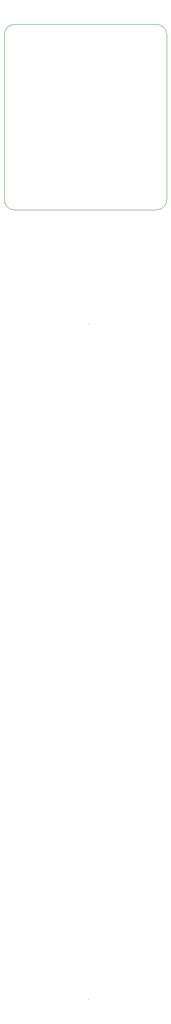
<source format=gbr>
G04 #@! TF.GenerationSoftware,KiCad,Pcbnew,7.0.1*
G04 #@! TF.CreationDate,2023-03-23T13:52:39-07:00*
G04 #@! TF.ProjectId,mcu daughterboard,6d637520-6461-4756-9768-746572626f61,rev?*
G04 #@! TF.SameCoordinates,Original*
G04 #@! TF.FileFunction,Profile,NP*
%FSLAX46Y46*%
G04 Gerber Fmt 4.6, Leading zero omitted, Abs format (unit mm)*
G04 Created by KiCad (PCBNEW 7.0.1) date 2023-03-23 13:52:39*
%MOMM*%
%LPD*%
G01*
G04 APERTURE LIST*
G04 #@! TA.AperFunction,Profile*
%ADD10C,0.100000*%
G04 #@! TD*
G04 #@! TA.AperFunction,Profile*
%ADD11C,0.200000*%
G04 #@! TD*
G04 APERTURE END LIST*
D10*
X123388600Y-118953700D02*
G75*
G03*
X125388558Y-120953700I2000000J0D01*
G01*
X125388558Y-84213658D02*
G75*
G03*
X123388558Y-86213700I42J-2000042D01*
G01*
X123388558Y-118953700D02*
X123388558Y-86213700D01*
X153638558Y-120953658D02*
G75*
G03*
X155638558Y-118953700I42J1999958D01*
G01*
X153638558Y-120953700D02*
X125388558Y-120953700D01*
X155638600Y-86213700D02*
G75*
G03*
X153638558Y-84213700I-2000000J0D01*
G01*
X125388558Y-84213700D02*
X153638558Y-84213700D01*
X155638558Y-86213700D02*
X155638558Y-118953700D01*
D11*
X140132501Y-143482500D02*
G75*
G03*
X140132501Y-143482500I-1J0D01*
G01*
X140132501Y-277307500D02*
G75*
G03*
X140132501Y-277307500I-1J0D01*
G01*
M02*

</source>
